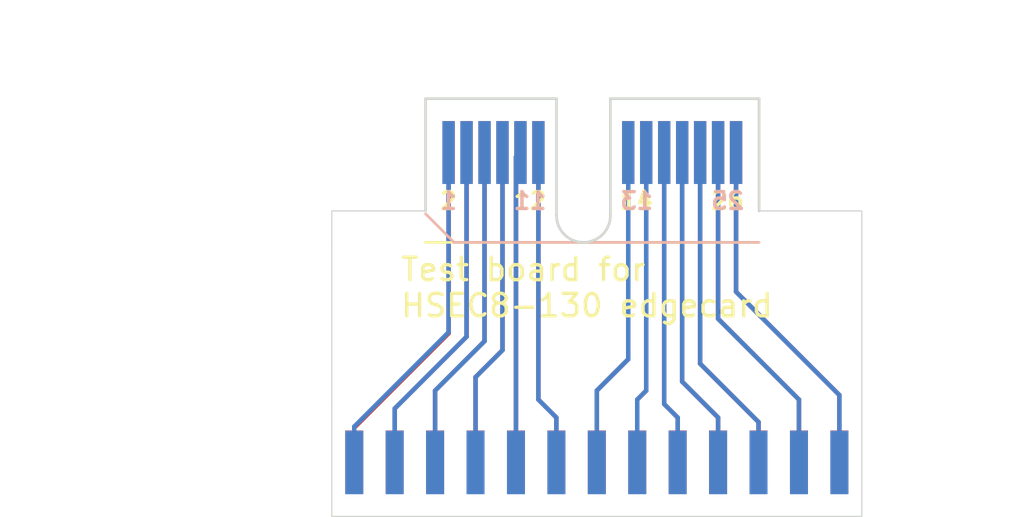
<source format=kicad_pcb>
(kicad_pcb (version 20240108) (generator "pcbnew") (generator_version "8.0")
  (layers (0 "F.Cu" signal) (31 "B.Cu" signal) (34 "B.Paste" user) (35 "F.Paste" user) (36 "B.SilkS" user "B.Silkscreen") (37 "F.SilkS" user "F.Silkscreen") (38 "B.Mask" user) (39 "F.Mask" user) (44 "Edge.Cuts" user))
  (net 0 "")
  (net 1 "2")
  (net 2 "1")
  (net 3 "14")
  (net 4 "16")
  (net 5 "18")
  (net 6 "20")
  (net 7 "22")
  (net 8 "24")
  (net 9 "26")
  (net 10 "4")
  (net 11 "6")
  (net 12 "8")
  (net 13 "10")
  (net 14 "12")
  (net 15 "3")
  (net 16 "5")
  (net 17 "7")
  (net 18 "9")
  (net 19 "11")
  (net 20 "13")
  (net 21 "15")
  (net 22 "17")
  (net 23 "19")
  (net 24 "21")
  (net 25 "23")
  (net 26 "25")
  (footprint "Connector_Samtec_HSEC8:Samtec_HSEC8-113-X-X-DV_2x13_P0.8mm_Edge" (layer "B.Cu") (at 138 73.6)
    (property "Reference" "REF**" (hide yes))
    (property "Value" "Samtec_HSEC8-113-X-X-DV_2x13_P0.8mm_Edge")
    (fp_line (start -6.155 6.4) (end -7.425 5.13) (stroke (width 0.12)) (layer "B.SilkS"))
    (fp_line (start 7.425 6.4) (end -6.155 6.4) (stroke (width 0.12)) (layer "B.SilkS"))
    (fp_line (start -7.425 6.4) (end -7.425 6.4) (stroke (width 0.12)) (layer "F.SilkS"))
    (fp_line (start 7.425 6.4) (end -7.425 6.4) (stroke (width 0.12)) (layer "F.SilkS"))
    (fp_line (start -7.425 0) (end -7.425 5) (stroke (width 0.12)) (layer "Edge.Cuts"))
    (fp_line (start -1.595 0) (end -7.425 0) (stroke (width 0.12)) (layer "Edge.Cuts"))
    (fp_line (start -1.595 5.2) (end -1.595 0) (stroke (width 0.12)) (layer "Edge.Cuts"))
    (fp_line (start 0.805 0) (end 0.805 5.2) (stroke (width 0.12)) (layer "Edge.Cuts"))
    (fp_line (start 7.425 0) (end 0.805 0) (stroke (width 0.12)) (layer "Edge.Cuts"))
    (fp_line (start 7.425 5) (end 7.425 0) (stroke (width 0.12)) (layer "Edge.Cuts"))
    (fp_arc (start 0.805 5.2) (mid -0.395 6.4) (end -1.595 5.2) (stroke (width 0.12)) (layer "Edge.Cuts"))
    (fp_text user "13" (at 1.975 4.55 0) (layer "B.SilkS") (effects (font (size 0.75 0.75)) (justify mirror)))
    (fp_text user "11" (at -2.775 4.55 0) (layer "B.SilkS") (effects (font (size 0.75 0.75)) (justify mirror)))
    (fp_text user "25" (at 6.025 4.55 0) (layer "B.SilkS") (effects (font (size 0.75 0.75)) (justify mirror)))
    (fp_text user "1" (at -6.4 4.55 0) (layer "B.SilkS") (effects (font (size 0.75 0.75)) (justify mirror)))
    (fp_text user "12" (at -2.775 4.55 0) (layer "F.SilkS") (effects (font (size 0.75 0.75))))
    (fp_text user "2" (at -6.4 4.55 0) (layer "F.SilkS") (effects (font (size 0.75 0.75))))
    (fp_text user "14" (at 1.975 4.55 0) (layer "F.SilkS") (effects (font (size 0.75 0.75))))
    (fp_text user "26" (at 6.025 4.55 0) (layer "F.SilkS") (effects (font (size 0.75 0.75))))
    (pad "1" connect rect (at -6.4 2.4) (size 0.55 2.8) (layers "B.Cu" "B.Mask") (net 2 "1"))
    (pad "2" connect rect (at -6.4 2.4) (size 0.55 2.8) (layers "F.Cu" "F.Mask") (net 1 "2"))
    (pad "3" connect rect (at -5.6 2.4) (size 0.55 2.8) (layers "B.Cu" "B.Mask") (net 15 "3"))
    (pad "4" connect rect (at -5.6 2.4) (size 0.55 2.8) (layers "F.Cu" "F.Mask") (net 10 "4"))
    (pad "5" connect rect (at -4.8 2.4) (size 0.55 2.8) (layers "B.Cu" "B.Mask") (net 16 "5"))
    (pad "6" connect rect (at -4.8 2.4) (size 0.55 2.8) (layers "F.Cu" "F.Mask") (net 11 "6"))
    (pad "7" connect rect (at -4 2.4) (size 0.55 2.8) (layers "B.Cu" "B.Mask") (net 17 "7"))
    (pad "8" connect rect (at -4 2.4) (size 0.55 2.8) (layers "F.Cu" "F.Mask") (net 12 "8"))
    (pad "9" connect rect (at -3.2 2.4) (size 0.55 2.8) (layers "B.Cu" "B.Mask") (net 18 "9"))
    (pad "10" connect rect (at -3.2 2.4) (size 0.55 2.8) (layers "F.Cu" "F.Mask") (net 13 "10"))
    (pad "11" connect rect (at -2.4 2.4) (size 0.55 2.8) (layers "B.Cu" "B.Mask") (net 19 "11"))
    (pad "12" connect rect (at -2.4 2.4) (size 0.55 2.8) (layers "F.Cu" "F.Mask") (net 14 "12"))
    (pad "13" connect rect (at 1.6 2.4) (size 0.55 2.8) (layers "B.Cu" "B.Mask") (net 20 "13"))
    (pad "14" connect rect (at 1.6 2.4) (size 0.55 2.8) (layers "F.Cu" "F.Mask") (net 3 "14"))
    (pad "15" connect rect (at 2.4 2.4) (size 0.55 2.8) (layers "B.Cu" "B.Mask") (net 21 "15"))
    (pad "16" connect rect (at 2.4 2.4) (size 0.55 2.8) (layers "F.Cu" "F.Mask") (net 4 "16"))
    (pad "17" connect rect (at 3.2 2.4) (size 0.55 2.8) (layers "B.Cu" "B.Mask") (net 22 "17"))
    (pad "18" connect rect (at 3.2 2.4) (size 0.55 2.8) (layers "F.Cu" "F.Mask") (net 5 "18"))
    (pad "19" connect rect (at 4 2.4) (size 0.55 2.8) (layers "B.Cu" "B.Mask") (net 23 "19"))
    (pad "20" connect rect (at 4 2.4) (size 0.55 2.8) (layers "F.Cu" "F.Mask") (net 6 "20"))
    (pad "21" connect rect (at 4.8 2.4) (size 0.55 2.8) (layers "B.Cu" "B.Mask") (net 24 "21"))
    (pad "22" connect rect (at 4.8 2.4) (size 0.55 2.8) (layers "F.Cu" "F.Mask") (net 7 "22"))
    (pad "23" connect rect (at 5.6 2.4) (size 0.55 2.8) (layers "B.Cu" "B.Mask") (net 25 "23"))
    (pad "24" connect rect (at 5.6 2.4) (size 0.55 2.8) (layers "F.Cu" "F.Mask") (net 8 "24"))
    (pad "25" connect rect (at 6.4 2.4) (size 0.55 2.8) (layers "B.Cu" "B.Mask") (net 26 "25"))
    (pad "26" connect rect (at 6.4 2.4) (size 0.55 2.8) (layers "F.Cu" "F.Mask") (net 9 "26"))
  )
  (gr_rect (start 136 88.3746) (end 136.8 91.2) (fill solid) (layer "F.Cu") (net 14))
  (gr_rect (start 145 88.3746) (end 145.8 91.2) (fill solid) (layer "F.Cu") (net 7))
  (gr_rect (start 128.8 88.3746) (end 129.6 91.2) (fill solid) (layer "F.Cu") (net 10))
  (gr_rect (start 137.8 88.3746) (end 138.6 91.2) (fill solid) (layer "F.Cu") (net 3))
  (gr_rect (start 148.6 88.3746) (end 149.4 91.2) (fill solid) (layer "F.Cu") (net 9))
  (gr_rect (start 143.2 88.3746) (end 144 91.2) (fill solid) (layer "F.Cu") (net 6))
  (gr_rect (start 146.8 88.3746) (end 147.6 91.2) (fill solid) (layer "F.Cu") (net 8))
  (gr_rect (start 141.4 88.3746) (end 142.2 91.2) (fill solid) (layer "F.Cu") (net 5))
  (gr_rect (start 134.2 88.3746) (end 135 91.2) (fill solid) (layer "F.Cu") (net 13))
  (gr_rect (start 130.6 88.3746) (end 131.4 91.2) (fill solid) (layer "F.Cu") (net 11))
  (gr_rect (start 127 88.3746) (end 127.8 91.2) (fill solid) (layer "F.Cu") (net 1))
  (gr_rect (start 132.4 88.3746) (end 133.2 91.2) (fill solid) (layer "F.Cu") (net 12))
  (gr_rect (start 139.6 88.3746) (end 140.4 91.2) (fill solid) (layer "F.Cu") (net 4))
  (gr_rect (start 146.8 88.3873) (end 147.6 91.2127) (fill solid) (layer "B.Cu") (net 25))
  (gr_rect (start 145 88.3873) (end 145.8 91.2127) (fill solid) (layer "B.Cu") (net 24))
  (gr_rect (start 130.6 88.3873) (end 131.4 91.2127) (fill solid) (layer "B.Cu") (net 16))
  (gr_rect (start 128.8 88.3873) (end 129.6 91.2127) (fill solid) (layer "B.Cu") (net 15))
  (gr_rect (start 127 88.3873) (end 127.8 91.2127) (fill solid) (layer "B.Cu") (net 2))
  (gr_rect (start 136 88.3873) (end 136.8 91.2127) (fill solid) (layer "B.Cu") (net 19))
  (gr_rect (start 139.6 88.3873) (end 140.4 91.2127) (fill solid) (layer "B.Cu") (net 21))
  (gr_rect (start 143.2 88.3873) (end 144 91.2127) (fill solid) (layer "B.Cu") (net 23))
  (gr_rect (start 148.6 88.3873) (end 149.4 91.2127) (fill solid) (layer "B.Cu") (net 26))
  (gr_rect (start 141.4 88.3873) (end 142.2 91.2127) (fill solid) (layer "B.Cu") (net 22))
  (gr_rect (start 132.4 88.3873) (end 133.2 91.2127) (fill solid) (layer "B.Cu") (net 17))
  (gr_rect (start 137.8 88.3873) (end 138.6 91.2127) (fill solid) (layer "B.Cu") (net 20))
  (gr_rect (start 134.2 88.3873) (end 135 91.2127) (fill solid) (layer "B.Cu") (net 18))
  (gr_line (start 130.575 78.6) (end 126.4 78.6) (stroke (width 0.05)) (layer "Edge.Cuts"))
  (gr_line (start 126.4 87.2) (end 126.4 92.2) (stroke (width 0.05)) (layer "Edge.Cuts"))
  (gr_line (start 150 87.2) (end 150 80) (stroke (width 0.05)) (layer "Edge.Cuts"))
  (gr_line (start 126.4 87.2) (end 126.4 80) (stroke (width 0.05)) (layer "Edge.Cuts"))
  (gr_line (start 150 78.6) (end 150 80) (stroke (width 0.05)) (layer "Edge.Cuts"))
  (gr_line (start 126.4 80) (end 126.4 78.6) (stroke (width 0.05)) (layer "Edge.Cuts"))
  (gr_line (start 126.4 92.2) (end 150 92.2) (stroke (width 0.05)) (layer "Edge.Cuts"))
  (gr_line (start 145.425 78.6) (end 150 78.6) (stroke (width 0.05)) (layer "Edge.Cuts"))
  (gr_line (start 150 87.2) (end 150 92.2) (stroke (width 0.05)) (layer "Edge.Cuts"))
  (gr_text "Test board for \nHSEC8-130 edgecard" (at 129.4 83.4 0) (layer "F.SilkS") (effects (font (size 1 1)) (justify left bottom)))
  (segment (start 131.6 84.050336) (end 131.6 76) (width 0.2) (layer "F.Cu") (net 1))
  (segment (start 127.4 88.250336) (end 131.6 84.050336) (width 0.2) (layer "F.Cu") (net 1))
  (segment (start 127.4 89.7873) (end 127.4 88.250336) (width 0.2) (layer "F.Cu") (net 1))
  (segment (start 127.4 89.8) (end 127.4 88.2) (width 0.2) (layer "B.Cu") (net 2))
  (segment (start 131.6 76) (end 131.6 84) (width 0.2) (layer "B.Cu") (net 2))
  (segment (start 127.4 88.2) (end 131.6 84) (width 0.2) (layer "B.Cu") (net 2))
  (segment (start 138.2 86.6) (end 139.6 85.2) (width 0.2) (layer "F.Cu") (net 3))
  (segment (start 139.6 85.2) (end 139.6 76) (width 0.2) (layer "F.Cu") (net 3))
  (segment (start 138.2 89.7873) (end 138.2 86.6) (width 0.2) (layer "F.Cu") (net 3))
  (segment (start 140 87) (end 140.4 86.6) (width 0.2) (layer "F.Cu") (net 4))
  (segment (start 140 89.7873) (end 140 87) (width 0.2) (layer "F.Cu") (net 4))
  (segment (start 140.4 86.6) (end 140.4 76) (width 0.2) (layer "F.Cu") (net 4))
  (segment (start 141.8 89.7873) (end 141.8 87.8) (width 0.2) (layer "F.Cu") (net 5))
  (segment (start 141.8 87.8) (end 141.2 87.2) (width 0.2) (layer "F.Cu") (net 5))
  (segment (start 141.2 87.2) (end 141.2 76) (width 0.2) (layer "F.Cu") (net 5))
  (segment (start 142 86.2) (end 142 76) (width 0.2) (layer "F.Cu") (net 6))
  (segment (start 143.6 87.8) (end 142 86.2) (width 0.2) (layer "F.Cu") (net 6))
  (segment (start 143.6 89.7873) (end 143.6 87.8) (width 0.2) (layer "F.Cu") (net 6))
  (segment (start 142.8 85.4) (end 142.8 76) (width 0.2) (layer "F.Cu") (net 7))
  (segment (start 145.4 88) (end 142.8 85.4) (width 0.2) (layer "F.Cu") (net 7))
  (segment (start 145.4 89.7873) (end 145.4 88) (width 0.2) (layer "F.Cu") (net 7))
  (segment (start 147.2 87) (end 147.2 89.7873) (width 0.2) (layer "F.Cu") (net 8))
  (segment (start 143.6 76) (end 143.6 83.4) (width 0.2) (layer "F.Cu") (net 8))
  (segment (start 143.6 83.4) (end 147.2 87) (width 0.2) (layer "F.Cu") (net 8))
  (segment (start 149 86.8) (end 149 89.7873) (width 0.2) (layer "F.Cu") (net 9))
  (segment (start 144.4 82.2) (end 149 86.8) (width 0.2) (layer "F.Cu") (net 9))
  (segment (start 144.4 76) (end 144.4 82.2) (width 0.2) (layer "F.Cu") (net 9))
  (segment (start 129.2 89.7873) (end 129.2 87.4) (width 0.2) (layer "F.Cu") (net 10))
  (segment (start 132.4 84.2) (end 132.4 76) (width 0.2) (layer "F.Cu") (net 10))
  (segment (start 129.2 87.4) (end 132.4 84.2) (width 0.2) (layer "F.Cu") (net 10))
  (segment (start 133.2 84.4) (end 133.2 76) (width 0.2) (layer "F.Cu") (net 11))
  (segment (start 131 86.6) (end 133.2 84.4) (width 0.2) (layer "F.Cu") (net 11))
  (segment (start 131 89.7873) (end 131 86.6) (width 0.2) (layer "F.Cu") (net 11))
  (segment (start 132.8 86) (end 134 84.8) (width 0.2) (layer "F.Cu") (net 12))
  (segment (start 132.8 89.7873) (end 132.8 86) (width 0.2) (layer "F.Cu") (net 12))
  (segment (start 134 84.8) (end 134 76) (width 0.2) (layer "F.Cu") (net 12))
  (segment (start 134.6 76.2) (end 134.8 76) (width 0.2) (layer "F.Cu") (net 13))
  (segment (start 134.6 89.7873) (end 134.6 76.2) (width 0.2) (layer "F.Cu") (net 13))
  (segment (start 135.6 87) (end 135.6 76) (width 0.2) (layer "F.Cu") (net 14))
  (segment (start 136.4 89) (end 136.4 87.8) (width 0.2) (layer "F.Cu") (net 14))
  (segment (start 136.4 87.8) (end 135.6 87) (width 0.2) (layer "F.Cu") (net 14))
  (segment (start 129.2 89.8) (end 129.2 87.4) (width 0.2) (layer "B.Cu") (net 15))
  (segment (start 129.2 87.4) (end 132.4 84.2) (width 0.2) (layer "B.Cu") (net 15))
  (segment (start 132.4 76) (end 132.4 84.2) (width 0.2) (layer "B.Cu") (net 15))
  (segment (start 131 89.8) (end 131 86.6) (width 0.2) (layer "B.Cu") (net 16))
  (segment (start 131 86.6) (end 133.2 84.4) (width 0.2) (layer "B.Cu") (net 16))
  (segment (start 133.2 76) (end 133.2 84.4) (width 0.2) (layer "B.Cu") (net 16))
  (segment (start 132.8 86) (end 134 84.8) (width 0.2) (layer "B.Cu") (net 17))
  (segment (start 134 76) (end 134 84.8) (width 0.2) (layer "B.Cu") (net 17))
  (segment (start 132.8 89.8) (end 132.8 86) (width 0.2) (layer "B.Cu") (net 17))
  (segment (start 134.8 76) (end 134.6 76.2) (width 0.2) (layer "B.Cu") (net 18))
  (segment (start 134.6 76.2) (end 134.6 89.8) (width 0.2) (layer "B.Cu") (net 18))
  (segment (start 136.4 87.8) (end 136.4 89.8) (width 0.2) (layer "B.Cu") (net 19))
  (segment (start 135.6 76) (end 135.6 87) (width 0.2) (layer "B.Cu") (net 19))
  (segment (start 135.6 87) (end 136.4 87.8) (width 0.2) (layer "B.Cu") (net 19))
  (segment (start 138.2 86.6) (end 139.6 85.2) (width 0.2) (layer "B.Cu") (net 20))
  (segment (start 139.6 85.2) (end 139.6 76) (width 0.2) (layer "B.Cu") (net 20))
  (segment (start 138.2 89.8) (end 138.2 86.6) (width 0.2) (layer "B.Cu") (net 20))
  (segment (start 140.4 86.6) (end 140 87) (width 0.2) (layer "B.Cu") (net 21))
  (segment (start 140.4 76) (end 140.4 86.6) (width 0.2) (layer "B.Cu") (net 21))
  (segment (start 140 87) (end 140 89.8) (width 0.2) (layer "B.Cu") (net 21))
  (segment (start 141.2 76) (end 141.2 87.2) (width 0.2) (layer "B.Cu") (net 22))
  (segment (start 141.8 89.8) (end 141.8 87.8) (width 0.2) (layer "B.Cu") (net 22))
  (segment (start 141.8 87.8) (end 141.2 87.2) (width 0.2) (layer "B.Cu") (net 22))
  (segment (start 142 76) (end 142 86.2) (width 0.2) (layer "B.Cu") (net 23))
  (segment (start 143.6 87.8) (end 142 86.2) (width 0.2) (layer "B.Cu") (net 23))
  (segment (start 143.6 89.8) (end 143.6 87.8) (width 0.2) (layer "B.Cu") (net 23))
  (segment (start 142.8 85.4) (end 142.8 76) (width 0.2) (layer "B.Cu") (net 24))
  (segment (start 145.4 88) (end 142.8 85.4) (width 0.2) (layer "B.Cu") (net 24))
  (segment (start 145.4 89.8) (end 145.4 88) (width 0.2) (layer "B.Cu") (net 24))
  (segment (start 147.2 89.8) (end 147.2 87) (width 0.2) (layer "B.Cu") (net 25))
  (segment (start 147.2 87) (end 143.6 83.4) (width 0.2) (layer "B.Cu") (net 25))
  (segment (start 143.6 76) (end 143.6 83.4) (width 0.2) (layer "B.Cu") (net 25))
  (segment (start 144.4 76) (end 144.4 82.2) (width 0.2) (layer "B.Cu") (net 26))
  (segment (start 149 86.8) (end 144.4 82.2) (width 0.2) (layer "B.Cu") (net 26))
  (segment (start 149 89.8) (end 149 86.8) (width 0.2) (layer "B.Cu") (net 26))
)
</source>
